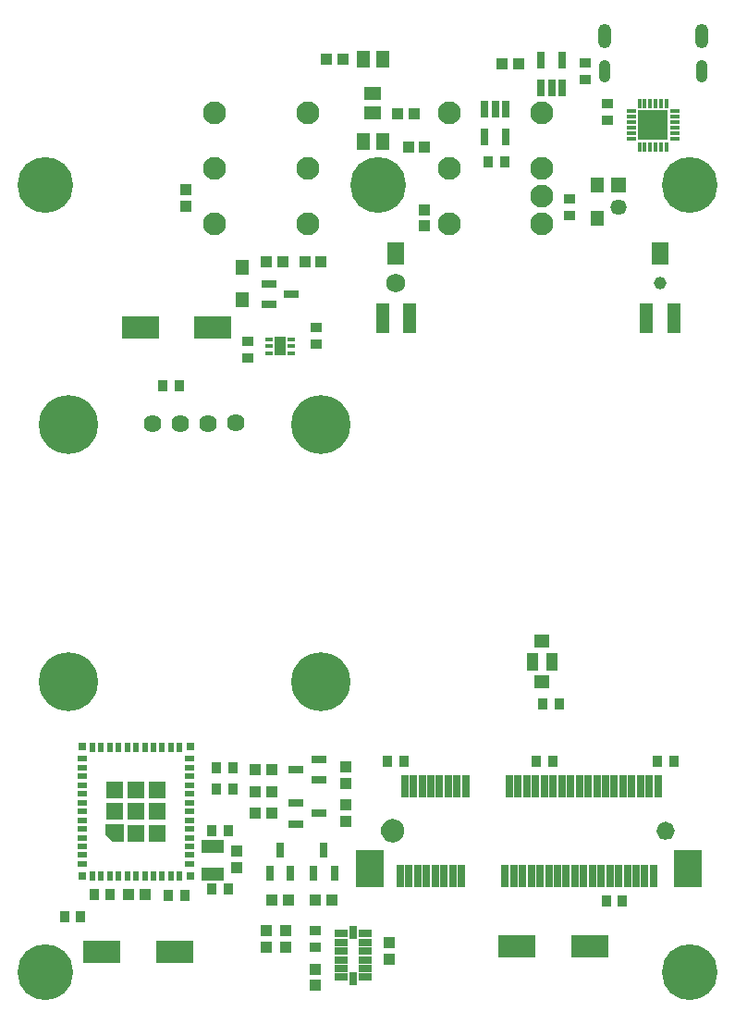
<source format=gts>
G04*
G04 #@! TF.GenerationSoftware,Altium Limited,Altium Designer,21.8.1 (53)*
G04*
G04 Layer_Color=8388736*
%FSLAX24Y24*%
%MOIN*%
G70*
G04*
G04 #@! TF.SameCoordinates,81432E86-CE94-4B0C-8261-68E55A96AE99*
G04*
G04*
G04 #@! TF.FilePolarity,Negative*
G04*
G01*
G75*
%ADD41R,0.0433X0.0669*%
%ADD45R,0.0472X0.0610*%
%ADD46R,0.0610X0.0472*%
%ADD47R,0.0480X0.0528*%
%ADD48R,0.0512X0.1102*%
%ADD49R,0.0630X0.0787*%
%ADD50R,0.0266X0.0846*%
%ADD51R,0.0999X0.1359*%
%ADD52R,0.0433X0.0374*%
%ADD53R,0.0531X0.0276*%
%ADD54R,0.0374X0.0433*%
%ADD55R,0.1359X0.0789*%
%ADD56R,0.0276X0.0531*%
%ADD57R,0.0197X0.0354*%
%ADD58R,0.0354X0.0197*%
%ADD59R,0.0610X0.0610*%
%ADD60R,0.0315X0.0315*%
%ADD61R,0.0413X0.0394*%
%ADD62R,0.0394X0.0413*%
%ADD63R,0.0276X0.0591*%
%ADD64R,0.0551X0.0512*%
%ADD65R,0.1102X0.1102*%
%ADD66O,0.0354X0.0150*%
%ADD67O,0.0150X0.0354*%
%ADD68R,0.0787X0.0472*%
%ADD69R,0.0295X0.0177*%
%ADD70R,0.0256X0.0490*%
%ADD71R,0.0490X0.0256*%
%ADD72R,0.0578X0.0578*%
%ADD73C,0.0578*%
%ADD74C,0.0690*%
%ADD75C,0.0453*%
%ADD76C,0.0827*%
%ADD77C,0.0680*%
%ADD78C,0.0480*%
%ADD79O,0.0425X0.0811*%
%ADD80O,0.0465X0.0890*%
%ADD81C,0.2126*%
%ADD82C,0.0639*%
%ADD83C,0.2008*%
G36*
X3996Y6506D02*
Y5856D01*
X3606D01*
X3346Y6116D01*
Y6506D01*
X3996D01*
D02*
G37*
G36*
X13701Y6683D02*
X13591Y6669D01*
X13489Y6627D01*
X13401Y6559D01*
X13334Y6472D01*
X13292Y6369D01*
X13277Y6260D01*
X13292Y6150D01*
X13334Y6048D01*
X13401Y5960D01*
X13489Y5893D01*
X13591Y5851D01*
X13701Y5836D01*
D01*
X13810Y5851D01*
X13913Y5893D01*
X14000Y5960D01*
X14068Y6048D01*
X14110Y6150D01*
X14124Y6260D01*
X14110Y6369D01*
X14068Y6472D01*
X14000Y6559D01*
X13913Y6627D01*
X13810Y6669D01*
X13701Y6683D01*
D01*
D02*
G37*
G36*
X23543Y6583D02*
X23460Y6572D01*
X23382Y6539D01*
X23315Y6488D01*
X23264Y6421D01*
X23232Y6343D01*
X23221Y6260D01*
X23232Y6176D01*
X23264Y6098D01*
X23315Y6032D01*
X23382Y5980D01*
X23460Y5948D01*
X23543Y5937D01*
D01*
X23627Y5948D01*
X23705Y5980D01*
X23772Y6032D01*
X23823Y6098D01*
X23855Y6176D01*
X23866Y6260D01*
X23855Y6343D01*
X23823Y6421D01*
X23772Y6488D01*
X23705Y6539D01*
X23627Y6572D01*
X23543Y6583D01*
D01*
D02*
G37*
G36*
X19252Y12047D02*
Y12677D01*
X19646D01*
Y12047D01*
X19252D01*
D02*
G37*
G36*
X18543D02*
Y12677D01*
X18937D01*
Y12047D01*
X18543D01*
D02*
G37*
D41*
X9646Y23720D02*
D03*
D45*
X12638Y34055D02*
D03*
X13346D02*
D03*
Y31102D02*
D03*
X12638D02*
D03*
D46*
X12992Y32126D02*
D03*
Y32835D02*
D03*
D47*
X21063Y29528D02*
D03*
Y28346D02*
D03*
X8268Y26575D02*
D03*
Y25394D02*
D03*
D48*
X22858Y24744D02*
D03*
X23842D02*
D03*
X14314D02*
D03*
X13330D02*
D03*
D49*
X23350Y27067D02*
D03*
X13822D02*
D03*
D50*
X13976Y4646D02*
D03*
X17756D02*
D03*
X19331D02*
D03*
X20591D02*
D03*
X19961D02*
D03*
X18071D02*
D03*
X18701D02*
D03*
X19016D02*
D03*
X18386D02*
D03*
X20276D02*
D03*
X19646D02*
D03*
X20906D02*
D03*
X14134Y7874D02*
D03*
X14449D02*
D03*
X14764D02*
D03*
X15394D02*
D03*
X16024D02*
D03*
X16339D02*
D03*
X15079D02*
D03*
X15709D02*
D03*
X16181Y4646D02*
D03*
X15866D02*
D03*
X15236D02*
D03*
X14291D02*
D03*
X14921D02*
D03*
X15551D02*
D03*
X14606D02*
D03*
X22953Y7874D02*
D03*
X22638D02*
D03*
X21693D02*
D03*
X21063D02*
D03*
X23268D02*
D03*
X21378D02*
D03*
X22008D02*
D03*
X20748D02*
D03*
X22323D02*
D03*
X21850Y4646D02*
D03*
X22795D02*
D03*
X22480D02*
D03*
X21220D02*
D03*
X21535D02*
D03*
X22165D02*
D03*
X23110D02*
D03*
X20433Y7874D02*
D03*
X18228D02*
D03*
X18543D02*
D03*
X18858D02*
D03*
X17913D02*
D03*
X19803D02*
D03*
X20118D02*
D03*
X19173D02*
D03*
X19488D02*
D03*
D51*
X12884Y4882D02*
D03*
X24360D02*
D03*
D52*
X8465Y23307D02*
D03*
Y23898D02*
D03*
X10945Y24390D02*
D03*
Y23799D02*
D03*
X20630Y33917D02*
D03*
Y33327D02*
D03*
X21457Y31870D02*
D03*
Y32461D02*
D03*
X10906Y2067D02*
D03*
Y2657D02*
D03*
X20079Y29035D02*
D03*
Y28445D02*
D03*
D53*
X10059Y25591D02*
D03*
X9232Y25215D02*
D03*
Y25967D02*
D03*
X11043Y6890D02*
D03*
X10217Y6514D02*
D03*
Y7266D02*
D03*
X11043Y8089D02*
D03*
Y8841D02*
D03*
X10217Y8465D02*
D03*
D54*
X6004Y22308D02*
D03*
X5413D02*
D03*
X7776Y6260D02*
D03*
X7185D02*
D03*
X7776Y4173D02*
D03*
X7185D02*
D03*
X21398Y3740D02*
D03*
X21988D02*
D03*
X17736Y30354D02*
D03*
X17146D02*
D03*
X19114Y10827D02*
D03*
X19705D02*
D03*
X23248Y8780D02*
D03*
X23839D02*
D03*
X18878D02*
D03*
X19468D02*
D03*
X14114D02*
D03*
X13524D02*
D03*
X3524Y3962D02*
D03*
X2934D02*
D03*
X7343Y8543D02*
D03*
X7933D02*
D03*
X7343Y7756D02*
D03*
X7933D02*
D03*
X5610Y3937D02*
D03*
X6201D02*
D03*
X1870Y3165D02*
D03*
X2461D02*
D03*
D55*
X4596Y24409D02*
D03*
X7216D02*
D03*
X20798Y2087D02*
D03*
X18178D02*
D03*
X3218Y1890D02*
D03*
X5838D02*
D03*
D56*
X9646Y5563D02*
D03*
X10022Y4736D02*
D03*
X9270D02*
D03*
X10844D02*
D03*
X11596D02*
D03*
X11220Y5563D02*
D03*
D57*
X2874Y4636D02*
D03*
X3189D02*
D03*
X3504D02*
D03*
X3819D02*
D03*
X4134D02*
D03*
X4449D02*
D03*
X4764D02*
D03*
X5079D02*
D03*
X5394D02*
D03*
X5709D02*
D03*
X6024D02*
D03*
Y9281D02*
D03*
X5709D02*
D03*
X5394D02*
D03*
X5079D02*
D03*
X4764D02*
D03*
X4449D02*
D03*
X4134D02*
D03*
X3819D02*
D03*
X3504D02*
D03*
X3189D02*
D03*
X2874D02*
D03*
D58*
X6378Y5069D02*
D03*
Y5384D02*
D03*
Y5699D02*
D03*
Y6014D02*
D03*
Y6329D02*
D03*
Y6644D02*
D03*
Y6959D02*
D03*
Y7274D02*
D03*
Y7589D02*
D03*
Y7904D02*
D03*
Y8219D02*
D03*
Y8533D02*
D03*
Y8848D02*
D03*
X2520D02*
D03*
Y8533D02*
D03*
Y8219D02*
D03*
Y7904D02*
D03*
Y7589D02*
D03*
Y7274D02*
D03*
Y6959D02*
D03*
Y6644D02*
D03*
Y6329D02*
D03*
Y6014D02*
D03*
Y5699D02*
D03*
Y5384D02*
D03*
Y5069D02*
D03*
D59*
X4449Y6959D02*
D03*
X3671Y7736D02*
D03*
Y6959D02*
D03*
X4449Y6181D02*
D03*
X5226D02*
D03*
Y6959D02*
D03*
Y7736D02*
D03*
X4449D02*
D03*
D60*
X2500Y4616D02*
D03*
X6398D02*
D03*
Y9301D02*
D03*
X2500D02*
D03*
D61*
X8071Y4941D02*
D03*
Y5531D02*
D03*
X12008Y7972D02*
D03*
Y8563D02*
D03*
X9134Y2657D02*
D03*
Y2067D02*
D03*
X14843Y28051D02*
D03*
Y28642D02*
D03*
X9843Y2067D02*
D03*
Y2657D02*
D03*
X10906Y689D02*
D03*
Y1280D02*
D03*
X13582Y1624D02*
D03*
Y2215D02*
D03*
X12008Y7185D02*
D03*
Y6594D02*
D03*
X6260Y28760D02*
D03*
Y29350D02*
D03*
D62*
X9350Y3772D02*
D03*
X9941D02*
D03*
X11516D02*
D03*
X10925D02*
D03*
X18236Y33898D02*
D03*
X17646D02*
D03*
X4193Y3976D02*
D03*
X4783D02*
D03*
X14862Y30906D02*
D03*
X14272D02*
D03*
X13878Y32087D02*
D03*
X14468D02*
D03*
X9350Y6890D02*
D03*
X8760D02*
D03*
Y8465D02*
D03*
X9350D02*
D03*
X8760Y7677D02*
D03*
X9350D02*
D03*
X11319Y34055D02*
D03*
X11909D02*
D03*
X10532Y26772D02*
D03*
X11122D02*
D03*
X9744D02*
D03*
X9154D02*
D03*
D63*
X17776Y31280D02*
D03*
X17028D02*
D03*
Y32264D02*
D03*
X17402D02*
D03*
X17776D02*
D03*
X19060Y34020D02*
D03*
X19808D02*
D03*
Y33035D02*
D03*
X19434D02*
D03*
X19060D02*
D03*
D64*
X19094Y11634D02*
D03*
Y13091D02*
D03*
D65*
X23086Y31693D02*
D03*
D66*
X23878Y32185D02*
D03*
X23878Y31988D02*
D03*
X23878Y31791D02*
D03*
X23878Y31594D02*
D03*
X23878Y31398D02*
D03*
X23878Y31201D02*
D03*
X22303D02*
D03*
X22303Y31398D02*
D03*
X22303Y31594D02*
D03*
X22303Y31791D02*
D03*
X22303Y31988D02*
D03*
X22303Y32185D02*
D03*
D67*
X23580Y30906D02*
D03*
X23386D02*
D03*
X23189D02*
D03*
X22992D02*
D03*
X22795D02*
D03*
X22599D02*
D03*
Y32480D02*
D03*
X22795D02*
D03*
X22992D02*
D03*
X23189D02*
D03*
X23386D02*
D03*
X23583D02*
D03*
D68*
X7205Y5689D02*
D03*
Y4705D02*
D03*
D69*
X10059Y23976D02*
D03*
Y23720D02*
D03*
Y23465D02*
D03*
X9232D02*
D03*
Y23720D02*
D03*
Y23976D02*
D03*
D70*
X12283Y2598D02*
D03*
Y946D02*
D03*
D71*
X12715Y2559D02*
D03*
Y2244D02*
D03*
Y1929D02*
D03*
Y1614D02*
D03*
Y1299D02*
D03*
Y984D02*
D03*
X11852D02*
D03*
Y1299D02*
D03*
Y1614D02*
D03*
Y1929D02*
D03*
Y2244D02*
D03*
Y2559D02*
D03*
D72*
X21831Y29528D02*
D03*
D73*
Y28740D02*
D03*
D74*
X13822Y25984D02*
D03*
D75*
X23350D02*
D03*
D76*
X7283Y30118D02*
D03*
Y28118D02*
D03*
Y32118D02*
D03*
X10630Y32118D02*
D03*
Y28118D02*
D03*
Y30118D02*
D03*
X15748D02*
D03*
Y28118D02*
D03*
Y32118D02*
D03*
X19094Y32118D02*
D03*
Y30118D02*
D03*
Y29118D02*
D03*
Y28118D02*
D03*
D77*
X13701Y6260D02*
D03*
D78*
X23543Y6260D02*
D03*
D79*
X21358Y33632D02*
D03*
X24862D02*
D03*
D80*
X21358Y34892D02*
D03*
X24862D02*
D03*
D81*
X11102Y11618D02*
D03*
X2008D02*
D03*
X11102Y20894D02*
D03*
X2008D02*
D03*
D82*
X8057Y20953D02*
D03*
X7057Y20932D02*
D03*
X6057D02*
D03*
X5057D02*
D03*
D83*
X1181Y1181D02*
D03*
X24409D02*
D03*
Y29528D02*
D03*
X1181D02*
D03*
X13189D02*
D03*
M02*

</source>
